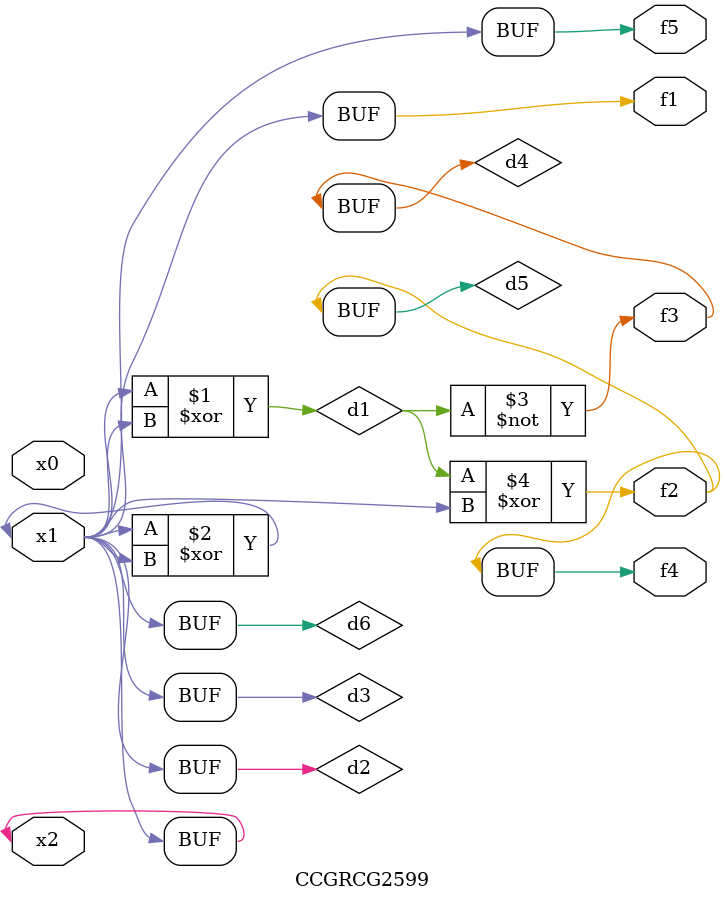
<source format=v>
module CCGRCG2599(
	input x0, x1, x2,
	output f1, f2, f3, f4, f5
);

	wire d1, d2, d3, d4, d5, d6;

	xor (d1, x1, x2);
	buf (d2, x1, x2);
	xor (d3, x1, x2);
	nor (d4, d1);
	xor (d5, d1, d2);
	buf (d6, d2, d3);
	assign f1 = d6;
	assign f2 = d5;
	assign f3 = d4;
	assign f4 = d5;
	assign f5 = d6;
endmodule

</source>
